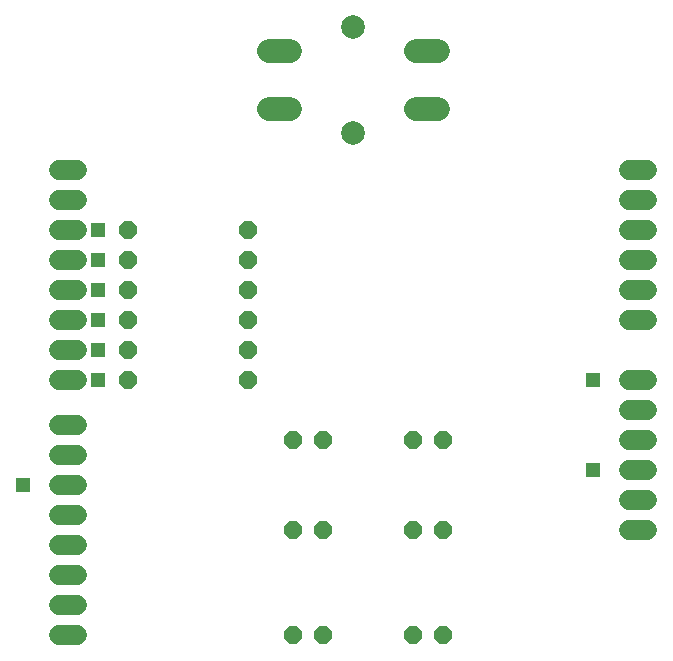
<source format=gts>
G75*
%MOIN*%
%OFA0B0*%
%FSLAX25Y25*%
%IPPOS*%
%LPD*%
%AMOC8*
5,1,8,0,0,1.08239X$1,22.5*
%
%ADD10OC8,0.06000*%
%ADD11C,0.07850*%
%ADD12C,0.07900*%
%ADD13C,0.06800*%
%ADD14R,0.04762X0.04762*%
D10*
X0131000Y0116000D03*
X0141000Y0116000D03*
X0171000Y0116000D03*
X0181000Y0116000D03*
X0181000Y0151000D03*
X0171000Y0151000D03*
X0141000Y0151000D03*
X0131000Y0151000D03*
X0131000Y0181000D03*
X0141000Y0181000D03*
X0171000Y0181000D03*
X0181000Y0181000D03*
X0116000Y0201000D03*
X0116000Y0211000D03*
X0116000Y0221000D03*
X0116000Y0231000D03*
X0116000Y0241000D03*
X0116000Y0251000D03*
X0076000Y0251000D03*
X0076000Y0241000D03*
X0076000Y0231000D03*
X0076000Y0221000D03*
X0076000Y0211000D03*
X0076000Y0201000D03*
D11*
X0122875Y0291200D02*
X0129925Y0291200D01*
X0129925Y0310800D02*
X0122875Y0310800D01*
X0172075Y0310800D02*
X0179125Y0310800D01*
X0179125Y0291200D02*
X0172075Y0291200D01*
D12*
X0151000Y0283300D03*
X0151000Y0318700D03*
D13*
X0059000Y0116000D02*
X0053000Y0116000D01*
X0053000Y0126000D02*
X0059000Y0126000D01*
X0059000Y0136000D02*
X0053000Y0136000D01*
X0053000Y0146000D02*
X0059000Y0146000D01*
X0059000Y0156000D02*
X0053000Y0156000D01*
X0053000Y0166000D02*
X0059000Y0166000D01*
X0059000Y0176000D02*
X0053000Y0176000D01*
X0053000Y0186000D02*
X0059000Y0186000D01*
X0059000Y0201000D02*
X0053000Y0201000D01*
X0053000Y0211000D02*
X0059000Y0211000D01*
X0059000Y0221000D02*
X0053000Y0221000D01*
X0053000Y0231000D02*
X0059000Y0231000D01*
X0059000Y0241000D02*
X0053000Y0241000D01*
X0053000Y0251000D02*
X0059000Y0251000D01*
X0059000Y0261000D02*
X0053000Y0261000D01*
X0053000Y0271000D02*
X0059000Y0271000D01*
X0243000Y0271000D02*
X0249000Y0271000D01*
X0249000Y0261000D02*
X0243000Y0261000D01*
X0243000Y0251000D02*
X0249000Y0251000D01*
X0249000Y0241000D02*
X0243000Y0241000D01*
X0243000Y0231000D02*
X0249000Y0231000D01*
X0249000Y0221000D02*
X0243000Y0221000D01*
X0243000Y0201000D02*
X0249000Y0201000D01*
X0249000Y0191000D02*
X0243000Y0191000D01*
X0243000Y0181000D02*
X0249000Y0181000D01*
X0249000Y0171000D02*
X0243000Y0171000D01*
X0243000Y0161000D02*
X0249000Y0161000D01*
X0249000Y0151000D02*
X0243000Y0151000D01*
D14*
X0231000Y0171000D03*
X0231000Y0171000D03*
X0231000Y0201000D03*
X0231000Y0201000D03*
X0066000Y0201000D03*
X0066000Y0211000D03*
X0066000Y0221000D03*
X0066000Y0231000D03*
X0066000Y0241000D03*
X0066000Y0251000D03*
X0041000Y0166000D03*
M02*

</source>
